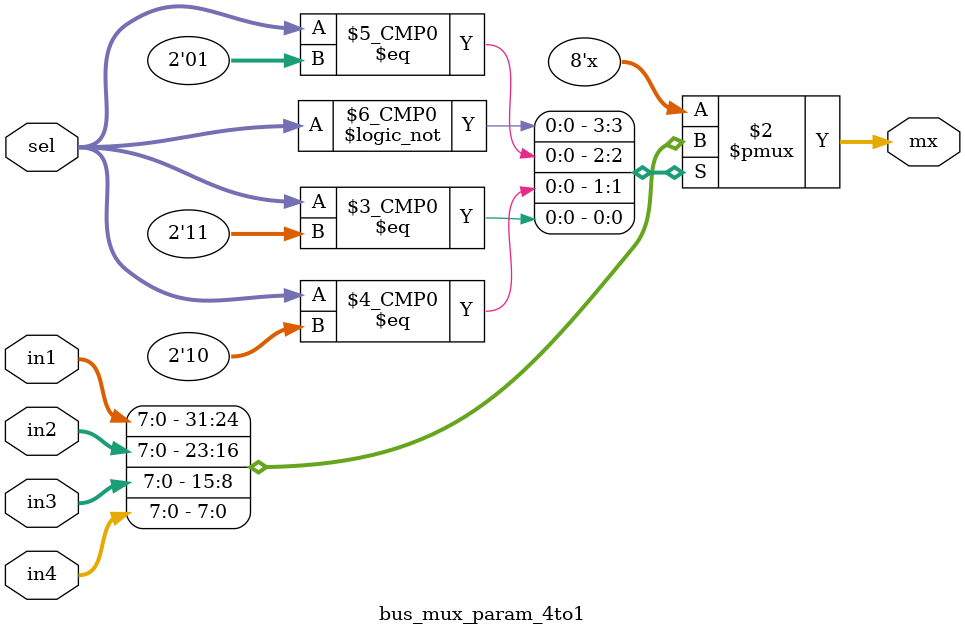
<source format=sv>
module bus_mux_param_4to1 
#(
    parameter WIDTH = 8  // Параметр задає розрядність вхідних шин
) (
    input logic [WIDTH-1:0] in1,  // перший вхід
    input logic [WIDTH-1:0] in2,  // другий вхід
    input logic [WIDTH-1:0] in3,  // третій вхід
    input logic [WIDTH-1:0] in4,  // четвертий вхід
    input logic [1:0] sel,        // 2-бітний керуючий сигнал
    output logic [WIDTH-1:0] mx    // вихідна шина з розрядністю WIDTH
);

    always_comb 
    begin
        case (sel)
            2'b00: mx = in1;
            2'b01: mx = in2;
            2'b10: mx = in3;
            2'b11: mx = in4;
            default: mx = {WIDTH{1'bx}}; // вихід невизначений, якщо селектор не відповідає жодному випадку
        endcase
    end

endmodule
</source>
